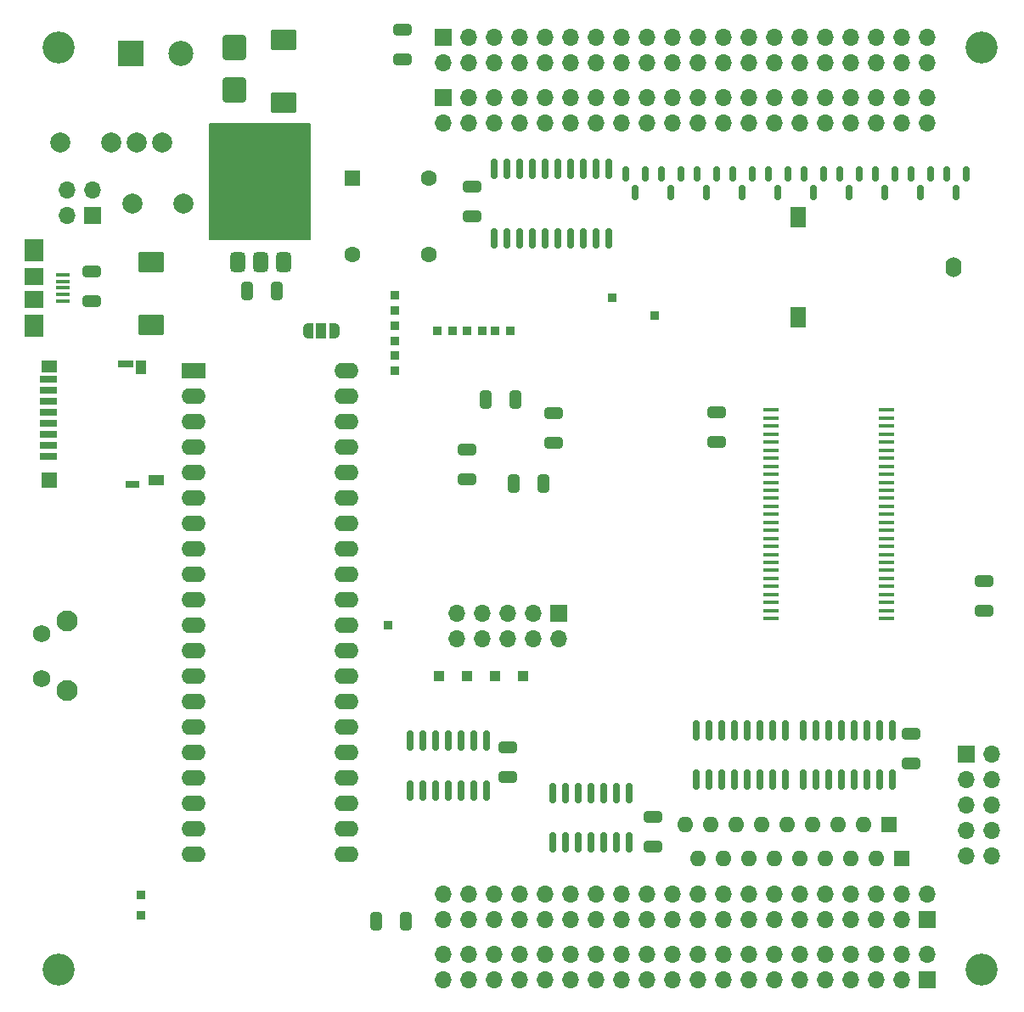
<source format=gbr>
%TF.GenerationSoftware,KiCad,Pcbnew,8.0.7-8.0.7-0~ubuntu22.04.1*%
%TF.CreationDate,2025-01-29T22:40:38+01:00*%
%TF.ProjectId,RAMROM_Board,52414d52-4f4d-45f4-926f-6172642e6b69,rev?*%
%TF.SameCoordinates,Original*%
%TF.FileFunction,Soldermask,Top*%
%TF.FilePolarity,Negative*%
%FSLAX46Y46*%
G04 Gerber Fmt 4.6, Leading zero omitted, Abs format (unit mm)*
G04 Created by KiCad (PCBNEW 8.0.7-8.0.7-0~ubuntu22.04.1) date 2025-01-29 22:40:38*
%MOMM*%
%LPD*%
G01*
G04 APERTURE LIST*
G04 Aperture macros list*
%AMRoundRect*
0 Rectangle with rounded corners*
0 $1 Rounding radius*
0 $2 $3 $4 $5 $6 $7 $8 $9 X,Y pos of 4 corners*
0 Add a 4 corners polygon primitive as box body*
4,1,4,$2,$3,$4,$5,$6,$7,$8,$9,$2,$3,0*
0 Add four circle primitives for the rounded corners*
1,1,$1+$1,$2,$3*
1,1,$1+$1,$4,$5*
1,1,$1+$1,$6,$7*
1,1,$1+$1,$8,$9*
0 Add four rect primitives between the rounded corners*
20,1,$1+$1,$2,$3,$4,$5,0*
20,1,$1+$1,$4,$5,$6,$7,0*
20,1,$1+$1,$6,$7,$8,$9,0*
20,1,$1+$1,$8,$9,$2,$3,0*%
%AMFreePoly0*
4,1,19,0.550000,-0.750000,0.000000,-0.750000,0.000000,-0.744911,-0.071157,-0.744911,-0.207708,-0.704816,-0.327430,-0.627875,-0.420627,-0.520320,-0.479746,-0.390866,-0.500000,-0.250000,-0.500000,0.250000,-0.479746,0.390866,-0.420627,0.520320,-0.327430,0.627875,-0.207708,0.704816,-0.071157,0.744911,0.000000,0.744911,0.000000,0.750000,0.550000,0.750000,0.550000,-0.750000,0.550000,-0.750000,
$1*%
%AMFreePoly1*
4,1,19,0.000000,0.744911,0.071157,0.744911,0.207708,0.704816,0.327430,0.627875,0.420627,0.520320,0.479746,0.390866,0.500000,0.250000,0.500000,-0.250000,0.479746,-0.390866,0.420627,-0.520320,0.327430,-0.627875,0.207708,-0.704816,0.071157,-0.744911,0.000000,-0.744911,0.000000,-0.750000,-0.550000,-0.750000,-0.550000,0.750000,0.000000,0.750000,0.000000,0.744911,0.000000,0.744911,
$1*%
G04 Aperture macros list end*
%ADD10RoundRect,0.150000X-0.150000X0.825000X-0.150000X-0.825000X0.150000X-0.825000X0.150000X0.825000X0*%
%ADD11R,1.000000X1.000000*%
%ADD12RoundRect,0.250000X0.650000X-0.325000X0.650000X0.325000X-0.650000X0.325000X-0.650000X-0.325000X0*%
%ADD13RoundRect,0.250000X0.325000X0.650000X-0.325000X0.650000X-0.325000X-0.650000X0.325000X-0.650000X0*%
%ADD14R,1.600000X1.600000*%
%ADD15C,1.600000*%
%ADD16R,0.850000X0.850000*%
%ADD17R,1.700000X1.700000*%
%ADD18O,1.700000X1.700000*%
%ADD19R,2.400000X1.600000*%
%ADD20O,2.400000X1.600000*%
%ADD21RoundRect,0.250000X1.025000X-0.787500X1.025000X0.787500X-1.025000X0.787500X-1.025000X-0.787500X0*%
%ADD22FreePoly0,180.000000*%
%ADD23R,1.000000X1.500000*%
%ADD24FreePoly1,180.000000*%
%ADD25RoundRect,0.150000X-0.150000X0.587500X-0.150000X-0.587500X0.150000X-0.587500X0.150000X0.587500X0*%
%ADD26R,1.400000X0.400000*%
%ADD27R,1.900000X2.300000*%
%ADD28R,1.900000X1.800000*%
%ADD29RoundRect,0.250000X-0.325000X-0.650000X0.325000X-0.650000X0.325000X0.650000X-0.325000X0.650000X0*%
%ADD30R,2.500000X2.500000*%
%ADD31C,2.500000*%
%ADD32O,1.600000X1.600000*%
%ADD33RoundRect,0.250000X-0.650000X0.325000X-0.650000X-0.325000X0.650000X-0.325000X0.650000X0.325000X0*%
%ADD34RoundRect,0.375000X0.375000X-0.625000X0.375000X0.625000X-0.375000X0.625000X-0.375000X-0.625000X0*%
%ADD35RoundRect,0.500000X1.400000X-0.500000X1.400000X0.500000X-1.400000X0.500000X-1.400000X-0.500000X0*%
%ADD36C,2.100000*%
%ADD37C,1.750000*%
%ADD38R,1.750000X0.700000*%
%ADD39R,1.000000X1.450000*%
%ADD40R,1.550000X1.000000*%
%ADD41R,1.500000X0.800000*%
%ADD42R,1.500000X1.300000*%
%ADD43R,1.500000X1.500000*%
%ADD44R,1.400000X0.800000*%
%ADD45C,3.200000*%
%ADD46RoundRect,0.250000X-1.025000X0.787500X-1.025000X-0.787500X1.025000X-0.787500X1.025000X0.787500X0*%
%ADD47R,1.510000X0.458000*%
%ADD48R,1.600000X2.000000*%
%ADD49O,1.600000X2.000000*%
%ADD50C,2.000000*%
%ADD51RoundRect,0.150000X0.150000X-0.837500X0.150000X0.837500X-0.150000X0.837500X-0.150000X-0.837500X0*%
%ADD52RoundRect,0.250000X0.900000X-1.000000X0.900000X1.000000X-0.900000X1.000000X-0.900000X-1.000000X0*%
G04 APERTURE END LIST*
D10*
%TO.C,U3*%
X96647000Y-123193000D03*
X95377000Y-123193000D03*
X94107000Y-123193000D03*
X92837000Y-123193000D03*
X91567000Y-123193000D03*
X90297000Y-123193000D03*
X89027000Y-123193000D03*
X89027000Y-128143000D03*
X90297000Y-128143000D03*
X91567000Y-128143000D03*
X92837000Y-128143000D03*
X94107000Y-128143000D03*
X95377000Y-128143000D03*
X96647000Y-128143000D03*
%TD*%
D11*
%TO.C,J15*%
X91948000Y-116713000D03*
%TD*%
%TO.C,J13*%
X94742000Y-116713000D03*
%TD*%
%TO.C,J12*%
X97536000Y-116713000D03*
%TD*%
%TO.C,J4*%
X100330000Y-116713000D03*
%TD*%
D12*
%TO.C,C20*%
X98806000Y-126775000D03*
X98806000Y-123825000D03*
%TD*%
D13*
%TO.C,C2*%
X88597000Y-141224000D03*
X85647000Y-141224000D03*
%TD*%
D14*
%TO.C,X1*%
X83312000Y-67056000D03*
D15*
X83312000Y-74676000D03*
X90932000Y-74676000D03*
X90932000Y-67056000D03*
%TD*%
D10*
%TO.C,U15*%
X137145000Y-122125000D03*
X135875000Y-122125000D03*
X134605000Y-122125000D03*
X133335000Y-122125000D03*
X132065000Y-122125000D03*
X130795000Y-122125000D03*
X129525000Y-122125000D03*
X128255000Y-122125000D03*
X128255000Y-127075000D03*
X129525000Y-127075000D03*
X130795000Y-127075000D03*
X132065000Y-127075000D03*
X133335000Y-127075000D03*
X134605000Y-127075000D03*
X135875000Y-127075000D03*
X137145000Y-127075000D03*
%TD*%
D16*
%TO.C,TP58*%
X96250000Y-82250000D03*
%TD*%
D17*
%TO.C,J8*%
X57404000Y-70739000D03*
D18*
X54864000Y-70739000D03*
X57404000Y-68199000D03*
X54864000Y-68199000D03*
%TD*%
D16*
%TO.C,TP9*%
X62230000Y-138557000D03*
%TD*%
D17*
%TO.C,J1*%
X92367000Y-53000000D03*
D18*
X92367000Y-55540000D03*
X94907000Y-53000000D03*
X94907000Y-55540000D03*
X97447000Y-53000000D03*
X97447000Y-55540000D03*
X99987000Y-53000000D03*
X99987000Y-55540000D03*
X102527000Y-53000000D03*
X102527000Y-55540000D03*
X105067000Y-53000000D03*
X105067000Y-55540000D03*
X107607000Y-53000000D03*
X107607000Y-55540000D03*
X110147000Y-53000000D03*
X110147000Y-55540000D03*
X112687000Y-53000000D03*
X112687000Y-55540000D03*
X115227000Y-53000000D03*
X115227000Y-55540000D03*
X117767000Y-53000000D03*
X117767000Y-55540000D03*
X120307000Y-53000000D03*
X120307000Y-55540000D03*
X122847000Y-53000000D03*
X122847000Y-55540000D03*
X125387000Y-53000000D03*
X125387000Y-55540000D03*
X127927000Y-53000000D03*
X127927000Y-55540000D03*
X130467000Y-53000000D03*
X130467000Y-55540000D03*
X133007000Y-53000000D03*
X133007000Y-55540000D03*
X135547000Y-53000000D03*
X135547000Y-55540000D03*
X138087000Y-53000000D03*
X138087000Y-55540000D03*
X140627000Y-53000000D03*
X140627000Y-55540000D03*
%TD*%
D16*
%TO.C,TP57*%
X94750000Y-82250000D03*
%TD*%
D10*
%TO.C,U1*%
X110871000Y-128400000D03*
X109601000Y-128400000D03*
X108331000Y-128400000D03*
X107061000Y-128400000D03*
X105791000Y-128400000D03*
X104521000Y-128400000D03*
X103251000Y-128400000D03*
X103251000Y-133350000D03*
X104521000Y-133350000D03*
X105791000Y-133350000D03*
X107061000Y-133350000D03*
X108331000Y-133350000D03*
X109601000Y-133350000D03*
X110871000Y-133350000D03*
%TD*%
D19*
%TO.C,J7*%
X67437000Y-86233000D03*
D20*
X67437000Y-88773000D03*
X67437000Y-91313000D03*
X67437000Y-93853000D03*
X67437000Y-96393000D03*
X67437000Y-98933000D03*
X67437000Y-101473000D03*
X67437000Y-104013000D03*
X67437000Y-106553000D03*
X67437000Y-109093000D03*
X67437000Y-111633000D03*
X67437000Y-114173000D03*
X67437000Y-116713000D03*
X67437000Y-119253000D03*
X67437000Y-121793000D03*
X67437000Y-124333000D03*
X67437000Y-126873000D03*
X67437000Y-129413000D03*
X67437000Y-131953000D03*
X67437000Y-134493000D03*
X82677000Y-134493000D03*
X82677000Y-131953000D03*
X82677000Y-129413000D03*
X82677000Y-126873000D03*
X82677000Y-124333000D03*
X82677000Y-121793000D03*
X82677000Y-119253000D03*
X82677000Y-116713000D03*
X82677000Y-114173000D03*
X82677000Y-111633000D03*
X82677000Y-109093000D03*
X82677000Y-106553000D03*
X82677000Y-104013000D03*
X82677000Y-101473000D03*
X82677000Y-98933000D03*
X82677000Y-96393000D03*
X82677000Y-93853000D03*
X82677000Y-91313000D03*
X82677000Y-88773000D03*
X82677000Y-86233000D03*
%TD*%
D21*
%TO.C,C15*%
X76460000Y-59466495D03*
X76460000Y-53241495D03*
%TD*%
D22*
%TO.C,JP4*%
X81467000Y-82296000D03*
D23*
X80167000Y-82296000D03*
D24*
X78867000Y-82296000D03*
%TD*%
D25*
%TO.C,D7*%
X137348000Y-66626500D03*
X135448000Y-66626500D03*
X136398000Y-68501500D03*
%TD*%
D26*
%TO.C,J6*%
X54382000Y-76678000D03*
X54382000Y-77328000D03*
X54382000Y-77978000D03*
X54382000Y-78628000D03*
X54382000Y-79278000D03*
D27*
X51532000Y-74228000D03*
D28*
X51532000Y-76828000D03*
X51532000Y-79128000D03*
D27*
X51532000Y-81728000D03*
%TD*%
D29*
%TO.C,C5*%
X99363000Y-97536000D03*
X102313000Y-97536000D03*
%TD*%
D17*
%TO.C,TP2*%
X140627000Y-141000000D03*
D18*
X140627000Y-138460000D03*
X138087000Y-141000000D03*
X138087000Y-138460000D03*
X135547000Y-141000000D03*
X135547000Y-138460000D03*
X133007000Y-141000000D03*
X133007000Y-138460000D03*
X130467000Y-141000000D03*
X130467000Y-138460000D03*
X127927000Y-141000000D03*
X127927000Y-138460000D03*
X125387000Y-141000000D03*
X125387000Y-138460000D03*
X122847000Y-141000000D03*
X122847000Y-138460000D03*
X120307000Y-141000000D03*
X120307000Y-138460000D03*
X117767000Y-141000000D03*
X117767000Y-138460000D03*
X115227000Y-141000000D03*
X115227000Y-138460000D03*
X112687000Y-141000000D03*
X112687000Y-138460000D03*
X110147000Y-141000000D03*
X110147000Y-138460000D03*
X107607000Y-141000000D03*
X107607000Y-138460000D03*
X105067000Y-141000000D03*
X105067000Y-138460000D03*
X102527000Y-141000000D03*
X102527000Y-138460000D03*
X99987000Y-141000000D03*
X99987000Y-138460000D03*
X97447000Y-141000000D03*
X97447000Y-138460000D03*
X94907000Y-141000000D03*
X94907000Y-138460000D03*
X92367000Y-141000000D03*
X92367000Y-138460000D03*
%TD*%
D30*
%TO.C,J5*%
X61200000Y-54600000D03*
D31*
X66200000Y-54600000D03*
%TD*%
D16*
%TO.C,TP10*%
X109220000Y-78994000D03*
%TD*%
%TO.C,TP49*%
X87500000Y-84750000D03*
%TD*%
D29*
%TO.C,C18*%
X96569000Y-89154000D03*
X99519000Y-89154000D03*
%TD*%
D25*
%TO.C,D3*%
X116012000Y-66626500D03*
X114112000Y-66626500D03*
X115062000Y-68501500D03*
%TD*%
D14*
%TO.C,RN4*%
X138049000Y-134955995D03*
D32*
X135509000Y-134955995D03*
X132969000Y-134955995D03*
X130429000Y-134955995D03*
X127889000Y-134955995D03*
X125349000Y-134955995D03*
X122809000Y-134955995D03*
X120269000Y-134955995D03*
X117729000Y-134955995D03*
%TD*%
D13*
%TO.C,C14*%
X75743000Y-78253995D03*
X72793000Y-78253995D03*
%TD*%
D17*
%TO.C,J3*%
X103886000Y-110490000D03*
D18*
X103886000Y-113030000D03*
X101346000Y-110490000D03*
X101346000Y-113030000D03*
X98806000Y-110490000D03*
X98806000Y-113030000D03*
X96266000Y-110490000D03*
X96266000Y-113030000D03*
X93726000Y-110490000D03*
X93726000Y-113030000D03*
%TD*%
D16*
%TO.C,TP8*%
X62230000Y-140589000D03*
%TD*%
D14*
%TO.C,RN3*%
X136779000Y-131572000D03*
D32*
X134239000Y-131572000D03*
X131699000Y-131572000D03*
X129159000Y-131572000D03*
X126619000Y-131572000D03*
X124079000Y-131572000D03*
X121539000Y-131572000D03*
X118999000Y-131572000D03*
X116459000Y-131572000D03*
%TD*%
D25*
%TO.C,D9*%
X130236000Y-66626500D03*
X128336000Y-66626500D03*
X129286000Y-68501500D03*
%TD*%
D33*
%TO.C,C6*%
X57277000Y-76376000D03*
X57277000Y-79326000D03*
%TD*%
D34*
%TO.C,U2*%
X71868000Y-75403995D03*
X74168000Y-75403995D03*
D35*
X74168000Y-69103995D03*
D34*
X76468000Y-75403995D03*
%TD*%
D12*
%TO.C,C13*%
X146304000Y-110187000D03*
X146304000Y-107237000D03*
%TD*%
D36*
%TO.C,SW2*%
X54811500Y-118206000D03*
X54811500Y-111196000D03*
D37*
X52321500Y-116956000D03*
X52321500Y-112456000D03*
%TD*%
D17*
%TO.C,J2*%
X140627000Y-147000000D03*
D18*
X140627000Y-144460000D03*
X138087000Y-147000000D03*
X138087000Y-144460000D03*
X135547000Y-147000000D03*
X135547000Y-144460000D03*
X133007000Y-147000000D03*
X133007000Y-144460000D03*
X130467000Y-147000000D03*
X130467000Y-144460000D03*
X127927000Y-147000000D03*
X127927000Y-144460000D03*
X125387000Y-147000000D03*
X125387000Y-144460000D03*
X122847000Y-147000000D03*
X122847000Y-144460000D03*
X120307000Y-147000000D03*
X120307000Y-144460000D03*
X117767000Y-147000000D03*
X117767000Y-144460000D03*
X115227000Y-147000000D03*
X115227000Y-144460000D03*
X112687000Y-147000000D03*
X112687000Y-144460000D03*
X110147000Y-147000000D03*
X110147000Y-144460000D03*
X107607000Y-147000000D03*
X107607000Y-144460000D03*
X105067000Y-147000000D03*
X105067000Y-144460000D03*
X102527000Y-147000000D03*
X102527000Y-144460000D03*
X99987000Y-147000000D03*
X99987000Y-144460000D03*
X97447000Y-147000000D03*
X97447000Y-144460000D03*
X94907000Y-147000000D03*
X94907000Y-144460000D03*
X92367000Y-147000000D03*
X92367000Y-144460000D03*
%TD*%
D25*
%TO.C,D8*%
X133792000Y-66626500D03*
X131892000Y-66626500D03*
X132842000Y-68501500D03*
%TD*%
D17*
%TO.C,J9*%
X144460000Y-124500000D03*
D18*
X147000000Y-124500000D03*
X144460000Y-127040000D03*
X147000000Y-127040000D03*
X144460000Y-129580000D03*
X147000000Y-129580000D03*
X144460000Y-132120000D03*
X147000000Y-132120000D03*
X144460000Y-134660000D03*
X147000000Y-134660000D03*
%TD*%
D16*
%TO.C,TP51*%
X87500000Y-81750000D03*
%TD*%
D38*
%TO.C,J10*%
X52969000Y-94762000D03*
X52969000Y-93662000D03*
X52969000Y-92562000D03*
X52969000Y-91462000D03*
X52969000Y-90362000D03*
X52969000Y-89262000D03*
X52969000Y-88162000D03*
X52969000Y-87062000D03*
D39*
X62194000Y-85937000D03*
D40*
X63769000Y-97162000D03*
D41*
X60694000Y-85612000D03*
D42*
X53094000Y-85862000D03*
D43*
X53094000Y-97212000D03*
D44*
X61344000Y-97562000D03*
%TD*%
D16*
%TO.C,TP61*%
X97500000Y-82250000D03*
%TD*%
%TO.C,TP52*%
X87500000Y-80250000D03*
%TD*%
D25*
%TO.C,D4*%
X112456000Y-66626500D03*
X110556000Y-66626500D03*
X111506000Y-68501500D03*
%TD*%
D16*
%TO.C,TP55*%
X91750000Y-82250000D03*
%TD*%
D25*
%TO.C,D6*%
X140904000Y-66626500D03*
X139004000Y-66626500D03*
X139954000Y-68501500D03*
%TD*%
D16*
%TO.C,TP11*%
X113411000Y-80772000D03*
%TD*%
D12*
%TO.C,C19*%
X94742000Y-97077000D03*
X94742000Y-94127000D03*
%TD*%
D45*
%TO.C,H3*%
X146000000Y-54000000D03*
%TD*%
D16*
%TO.C,TP14*%
X86868000Y-111633000D03*
%TD*%
D10*
%TO.C,U16*%
X126445000Y-122125000D03*
X125175000Y-122125000D03*
X123905000Y-122125000D03*
X122635000Y-122125000D03*
X121365000Y-122125000D03*
X120095000Y-122125000D03*
X118825000Y-122125000D03*
X117555000Y-122125000D03*
X117555000Y-127075000D03*
X118825000Y-127075000D03*
X120095000Y-127075000D03*
X121365000Y-127075000D03*
X122635000Y-127075000D03*
X123905000Y-127075000D03*
X125175000Y-127075000D03*
X126445000Y-127075000D03*
%TD*%
D33*
%TO.C,C11*%
X119634000Y-90395000D03*
X119634000Y-93345000D03*
%TD*%
D46*
%TO.C,C4*%
X63246000Y-75436000D03*
X63246000Y-81661000D03*
%TD*%
D47*
%TO.C,U11*%
X125060000Y-90184000D03*
X125060000Y-90984000D03*
X125060000Y-91784000D03*
X125060000Y-92584000D03*
X125060000Y-93384000D03*
X125060000Y-94184000D03*
X125060000Y-94984000D03*
X125060000Y-95784000D03*
X125060000Y-96584000D03*
X125060000Y-97384000D03*
X125060000Y-98184000D03*
X125060000Y-98984000D03*
X125060000Y-99784000D03*
X125060000Y-100584000D03*
X125060000Y-101384000D03*
X125060000Y-102184000D03*
X125060000Y-102984000D03*
X125060000Y-103784000D03*
X125060000Y-104584000D03*
X125060000Y-105384000D03*
X125060000Y-106184000D03*
X125060000Y-106984000D03*
X125060000Y-107784000D03*
X125060000Y-108584000D03*
X125060000Y-109384000D03*
X125060000Y-110184000D03*
X125060000Y-110984000D03*
X136560000Y-110984000D03*
X136560000Y-110184000D03*
X136560000Y-109384000D03*
X136560000Y-108584000D03*
X136560000Y-107784000D03*
X136560000Y-106984000D03*
X136560000Y-106184000D03*
X136560000Y-105384000D03*
X136560000Y-104584000D03*
X136560000Y-103784000D03*
X136560000Y-102984000D03*
X136560000Y-102184000D03*
X136560000Y-101384000D03*
X136560000Y-100584000D03*
X136560000Y-99784000D03*
X136560000Y-98984000D03*
X136560000Y-98184000D03*
X136560000Y-97384000D03*
X136560000Y-96584000D03*
X136560000Y-95784000D03*
X136560000Y-94984000D03*
X136560000Y-94184000D03*
X136560000Y-93384000D03*
X136560000Y-92584000D03*
X136560000Y-91784000D03*
X136560000Y-90984000D03*
X136560000Y-90184000D03*
%TD*%
D48*
%TO.C,BT1*%
X127762000Y-70946000D03*
X127762000Y-80946000D03*
D49*
X143262000Y-75946000D03*
%TD*%
D16*
%TO.C,TP48*%
X87500000Y-86250000D03*
%TD*%
D50*
%TO.C,SW1*%
X59220000Y-63500000D03*
X61760000Y-63500000D03*
X64300000Y-63500000D03*
X54140000Y-63500000D03*
%TD*%
D17*
%TO.C,TP1*%
X92367000Y-59000000D03*
D18*
X92367000Y-61540000D03*
X94907000Y-59000000D03*
X94907000Y-61540000D03*
X97447000Y-59000000D03*
X97447000Y-61540000D03*
X99987000Y-59000000D03*
X99987000Y-61540000D03*
X102527000Y-59000000D03*
X102527000Y-61540000D03*
X105067000Y-59000000D03*
X105067000Y-61540000D03*
X107607000Y-59000000D03*
X107607000Y-61540000D03*
X110147000Y-59000000D03*
X110147000Y-61540000D03*
X112687000Y-59000000D03*
X112687000Y-61540000D03*
X115227000Y-59000000D03*
X115227000Y-61540000D03*
X117767000Y-59000000D03*
X117767000Y-61540000D03*
X120307000Y-59000000D03*
X120307000Y-61540000D03*
X122847000Y-59000000D03*
X122847000Y-61540000D03*
X125387000Y-59000000D03*
X125387000Y-61540000D03*
X127927000Y-59000000D03*
X127927000Y-61540000D03*
X130467000Y-59000000D03*
X130467000Y-61540000D03*
X133007000Y-59000000D03*
X133007000Y-61540000D03*
X135547000Y-59000000D03*
X135547000Y-61540000D03*
X138087000Y-59000000D03*
X138087000Y-61540000D03*
X140627000Y-59000000D03*
X140627000Y-61540000D03*
%TD*%
D51*
%TO.C,U19*%
X97409000Y-73058500D03*
X98679000Y-73058500D03*
X99949000Y-73058500D03*
X101219000Y-73058500D03*
X102489000Y-73058500D03*
X103759000Y-73058500D03*
X105029000Y-73058500D03*
X106299000Y-73058500D03*
X107569000Y-73058500D03*
X108839000Y-73058500D03*
X108839000Y-66133500D03*
X107569000Y-66133500D03*
X106299000Y-66133500D03*
X105029000Y-66133500D03*
X103759000Y-66133500D03*
X102489000Y-66133500D03*
X101219000Y-66133500D03*
X99949000Y-66133500D03*
X98679000Y-66133500D03*
X97409000Y-66133500D03*
%TD*%
D16*
%TO.C,TP50*%
X87500000Y-83250000D03*
%TD*%
D25*
%TO.C,D10*%
X123124000Y-66626500D03*
X121224000Y-66626500D03*
X122174000Y-68501500D03*
%TD*%
D12*
%TO.C,C16*%
X139000000Y-125475000D03*
X139000000Y-122525000D03*
%TD*%
D45*
%TO.C,H1*%
X54000000Y-54000000D03*
%TD*%
D16*
%TO.C,TP62*%
X99000000Y-82250000D03*
%TD*%
D12*
%TO.C,C1*%
X88296000Y-55150995D03*
X88296000Y-52200995D03*
%TD*%
%TO.C,C10*%
X103378000Y-93423000D03*
X103378000Y-90473000D03*
%TD*%
D45*
%TO.C,H2*%
X54000000Y-146000000D03*
%TD*%
D16*
%TO.C,TP53*%
X87500000Y-78750000D03*
%TD*%
D25*
%TO.C,D11*%
X119568000Y-66626500D03*
X117668000Y-66626500D03*
X118618000Y-68501500D03*
%TD*%
D12*
%TO.C,C8*%
X113284000Y-133731000D03*
X113284000Y-130781000D03*
%TD*%
D16*
%TO.C,TP56*%
X93250000Y-82250000D03*
%TD*%
D50*
%TO.C,F1*%
X61372000Y-69596000D03*
X66452000Y-69606000D03*
%TD*%
D33*
%TO.C,C7*%
X95250000Y-67867000D03*
X95250000Y-70817000D03*
%TD*%
D25*
%TO.C,D5*%
X144460000Y-66626500D03*
X142560000Y-66626500D03*
X143510000Y-68501500D03*
%TD*%
%TO.C,D2*%
X126680000Y-66626500D03*
X124780000Y-66626500D03*
X125730000Y-68501500D03*
%TD*%
D52*
%TO.C,D1*%
X71532000Y-58247995D03*
X71532000Y-53947995D03*
%TD*%
D45*
%TO.C,H4*%
X146000000Y-146000000D03*
%TD*%
G36*
X79097419Y-61569027D02*
G01*
X79143177Y-61621828D01*
X79154386Y-61673373D01*
X79152026Y-73110021D01*
X79132328Y-73177056D01*
X79079514Y-73222800D01*
X79028026Y-73233995D01*
X69116000Y-73233995D01*
X69048961Y-73214310D01*
X69003206Y-73161506D01*
X68992000Y-73109995D01*
X68992000Y-61673986D01*
X69011685Y-61606947D01*
X69064489Y-61561192D01*
X69115992Y-61549986D01*
X79030378Y-61549347D01*
X79097419Y-61569027D01*
G37*
M02*

</source>
